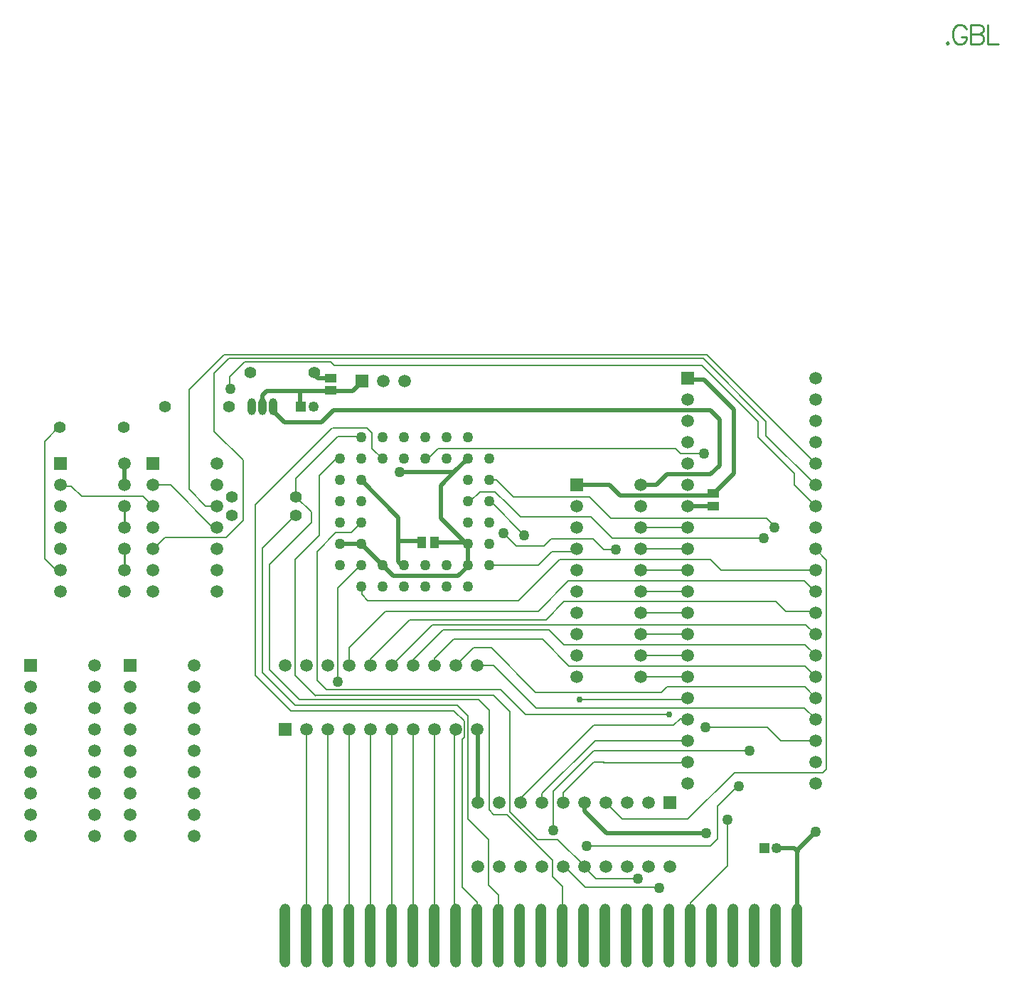
<source format=gbl>
%FSLAX25Y25*%
%MOIN*%
G70*
G01*
G75*
G04 Layer_Physical_Order=2*
G04 Layer_Color=16711680*
%ADD10R,0.04331X0.05512*%
%ADD11R,0.04331X0.06693*%
%ADD12O,0.05000X0.30000*%
%ADD13C,0.02000*%
%ADD14C,0.00800*%
%ADD15C,0.00900*%
%ADD16C,0.04921*%
%ADD17R,0.04921X0.04921*%
%ADD18R,0.05906X0.05906*%
%ADD19C,0.05906*%
%ADD20C,0.05906*%
%ADD21C,0.05512*%
%ADD22R,0.05906X0.05906*%
%ADD23R,0.05906X0.05906*%
%ADD24C,0.05000*%
%ADD25O,0.03937X0.07874*%
%ADD26C,0.03000*%
%ADD27R,0.05512X0.04331*%
%ADD28C,0.01000*%
D10*
X196047Y198700D02*
D03*
X201953D02*
D03*
D12*
X132100Y14300D02*
D03*
X142100D02*
D03*
X152100D02*
D03*
X162100D02*
D03*
X172100D02*
D03*
X182100D02*
D03*
X192100D02*
D03*
X202100D02*
D03*
X212100D02*
D03*
X222100D02*
D03*
X232100D02*
D03*
X242100D02*
D03*
X252100D02*
D03*
X262100D02*
D03*
X272100D02*
D03*
X282100D02*
D03*
X292100D02*
D03*
X302100D02*
D03*
X312100D02*
D03*
X322100D02*
D03*
X332100D02*
D03*
X342100D02*
D03*
X352100D02*
D03*
X362100D02*
D03*
X372100D02*
D03*
D13*
X370800Y55300D02*
X372100Y54000D01*
X372400Y53700D01*
X372100Y54000D02*
Y54200D01*
Y14300D02*
Y54000D01*
X362553Y55300D02*
X370800D01*
X123400Y269700D02*
X163800D01*
X139147Y269347D02*
X139400Y269600D01*
X139147Y262600D02*
Y269347D01*
X158900Y260600D02*
X331500D01*
X154700Y260500D02*
X158900D01*
X149000Y254800D02*
X154700Y260500D01*
X131900Y254800D02*
X149000D01*
X126400Y260300D02*
X131900Y254800D01*
X126400Y260300D02*
Y262400D01*
X222400Y76500D02*
Y110600D01*
X222500Y110700D01*
X272100Y74800D02*
Y77000D01*
X272400Y72700D02*
Y76500D01*
Y72700D02*
X282700Y62400D01*
X329400D01*
X320700Y215500D02*
X330200D01*
X322000Y276100D02*
X322600Y275500D01*
X187400Y187400D02*
X187700D01*
X268800Y225500D02*
X284100D01*
X289053Y220547D01*
X372100Y54200D02*
X380700Y62800D01*
X289053Y220547D02*
X331947D01*
X147547Y275653D02*
X153500D01*
X145000Y278200D02*
X147547Y275653D01*
X121400Y267700D02*
X123400Y269700D01*
X163800D02*
X168000Y273900D01*
X121400Y262400D02*
Y267700D01*
X182700Y182800D02*
X213100D01*
X217700Y187400D01*
X167600Y197900D02*
X182700Y182800D01*
X157300Y197900D02*
X167600D01*
X217700Y197300D02*
X217800Y197200D01*
X217700Y187400D02*
Y187800D01*
Y197300D01*
X320400Y274800D02*
X328300D01*
X331947Y220547D02*
X342300Y230900D01*
Y260800D01*
X328300Y274800D02*
X342300Y260800D01*
X298800Y225500D02*
X306000D01*
X311000Y230500D01*
X331500D01*
X335700Y234700D01*
Y256400D01*
X331500Y260600D02*
X335700Y256400D01*
X205000Y210000D02*
Y225400D01*
X56600Y225500D02*
Y235500D01*
Y235600D01*
X167700Y227800D02*
X185100Y210400D01*
X201953Y198700D02*
X216300D01*
X217100D01*
X185700Y231600D02*
X211200D01*
X217700Y197300D02*
Y197800D01*
X217450Y197550D02*
X217700Y197300D01*
X205000Y210000D02*
X216300Y198700D01*
X217800Y198000D02*
X218000Y197800D01*
X217100Y198700D02*
X217800Y198000D01*
X205000Y225400D02*
X211200Y231600D01*
X217300Y237700D01*
X185100Y189700D02*
Y199200D01*
Y210400D01*
X196200Y199200D02*
X196300Y199100D01*
X185100Y189700D02*
X187400Y187400D01*
X185100Y199200D02*
X196200D01*
D14*
X142100Y14300D02*
Y28500D01*
Y14300D02*
Y29700D01*
X152100Y14300D02*
Y29700D01*
X142000Y29800D02*
X142100Y29700D01*
X152000Y29800D02*
X152100Y29700D01*
X142000Y29800D02*
Y90200D01*
Y91900D01*
Y90200D02*
Y110100D01*
X152000Y29800D02*
Y91000D01*
Y91900D01*
Y91000D02*
Y110500D01*
X162100Y14300D02*
Y91800D01*
Y110700D01*
X172100Y14300D02*
Y91800D01*
Y110600D01*
X182100Y14300D02*
Y91800D01*
Y111100D01*
X192100Y14300D02*
Y91800D01*
Y111000D01*
X202100Y14300D02*
Y91800D01*
Y111600D01*
X178000Y187600D02*
X178200D01*
X157700Y197800D02*
X167700D01*
X168000D01*
X167700Y177800D02*
Y178100D01*
X192000Y140900D02*
Y143600D01*
X172000Y140900D02*
Y143900D01*
X177700Y187800D02*
X182700Y182800D01*
X212700D01*
X168000Y197800D02*
X178200Y187600D01*
X212700Y182800D02*
X217700Y187800D01*
X217800Y187900D01*
X380700Y195500D02*
X385900Y190300D01*
X179100Y166400D02*
X250600D01*
X264800Y180600D01*
X375400D02*
X380100Y175900D01*
X264800Y180600D02*
X375400D01*
X162100Y140700D02*
Y149400D01*
X179100Y166400D01*
X380100Y175700D02*
X381200D01*
X190500Y162400D02*
X254300D01*
X262800Y170900D01*
X362000D01*
X366700Y166200D01*
X380100D01*
X172000Y143900D02*
X190500Y162400D01*
X380100Y166000D02*
X381200D01*
X201053Y159953D02*
X376247D01*
X182000Y140900D02*
X201053Y159953D01*
X376247D02*
X380600Y155600D01*
X381700D01*
X192000Y143600D02*
X206100Y157700D01*
X255700D01*
X262800Y150600D01*
X375900D01*
X380600Y145900D01*
X381400D01*
X202000Y144300D02*
X211000Y153300D01*
X252600D01*
X265200Y140700D01*
X375600D01*
X380600Y135700D01*
X202000Y140900D02*
Y144300D01*
X380600Y135500D02*
X380700D01*
X308500Y128300D02*
X311000Y130800D01*
X375600D01*
X211600Y140800D02*
Y140900D01*
X212000D02*
X220300Y149200D01*
X375600Y130800D02*
X381000Y125400D01*
X375500Y121000D02*
X380600Y115900D01*
Y115500D02*
X380700D01*
X222000Y140900D02*
X229800D01*
X249700Y121000D01*
X375500D01*
X270200Y124800D02*
X321400D01*
X321700Y125100D01*
X380300Y245300D02*
X380900D01*
X217700Y197800D02*
X217800Y197900D01*
X222100Y14300D02*
Y29900D01*
X163000Y203100D02*
X167700Y207800D01*
X233100Y129500D02*
X244800Y117800D01*
X312100D01*
X312200D01*
X217700Y217800D02*
X218900D01*
X223500Y222400D01*
X230400D01*
X236600Y216200D01*
X275500Y210600D02*
X285500Y200600D01*
X356300D01*
X298800Y205500D02*
X320700D01*
X298800Y195500D02*
X320700D01*
X298800Y185500D02*
X320700D01*
X298800Y175500D02*
X320700D01*
X298800Y165500D02*
X320700D01*
X298800Y155500D02*
X320700D01*
X298800Y145500D02*
X320700D01*
X298800Y135500D02*
X320700D01*
X236600Y216200D02*
X236800D01*
X242400Y210600D01*
X275500D01*
X336500Y185500D02*
X380700D01*
X331300Y190700D02*
X336500Y185500D01*
X168200Y174100D02*
X170900Y171400D01*
X168200Y174100D02*
Y178700D01*
X380600Y185900D02*
X380700D01*
X220300Y149200D02*
X228600D01*
X249500Y128300D01*
X308500D01*
X228300Y217800D02*
X244100Y202000D01*
X227800Y217800D02*
X228300D01*
X385900Y92400D02*
Y190300D01*
X384000Y90500D02*
X385900Y92400D01*
X386000Y92500D01*
X227700Y227800D02*
X231100D01*
X238947Y219953D01*
X274647D01*
X322100Y14300D02*
Y29700D01*
X339300Y46900D01*
X217700Y238000D02*
X217850Y238150D01*
X217700Y237800D02*
X217950Y238050D01*
X218000Y238100D01*
X217600Y237900D02*
X217700Y237800D01*
X272600Y36800D02*
X307500D01*
X262600Y46800D02*
X272600Y36800D01*
X281500Y195100D02*
X287000D01*
X276400Y200200D02*
X281500Y195100D01*
X256700Y200200D02*
X276400D01*
X268300Y194400D02*
X269500Y195600D01*
X234500Y202800D02*
X240500Y196800D01*
X253300D01*
X256700Y200200D01*
X170900Y171400D02*
X241500D01*
X260800Y190700D01*
X331300D01*
X227700Y187800D02*
X250600D01*
X257200Y194400D01*
X268300D01*
X197700Y237800D02*
X199200D01*
X203900Y242500D01*
X315200D01*
X317400Y240300D01*
X317300Y115900D02*
X320300D01*
X314200Y112800D02*
X317300Y115900D01*
X242400Y76500D02*
Y78500D01*
X276700Y112800D01*
X314200D01*
X282400Y76500D02*
X290100Y68800D01*
X281900Y76700D02*
X282250Y76350D01*
X252400Y76500D02*
Y80800D01*
X277300Y105700D01*
X321600D01*
X257700Y81900D02*
X276600Y100800D01*
X262400Y76500D02*
Y81100D01*
X276800Y95500D01*
X281800D01*
X281300Y95400D02*
X321100D01*
X317400Y240300D02*
X328400D01*
X364300Y105500D02*
X380700D01*
X358000Y111800D02*
X364300Y105500D01*
X329200Y111800D02*
X358000D01*
X229700Y126900D02*
X237300Y119300D01*
Y72400D02*
Y119300D01*
Y72400D02*
X250300Y59400D01*
X262100Y14300D02*
Y37300D01*
X257400Y42000D02*
X262100Y37300D01*
X257400Y42000D02*
Y49700D01*
X236100Y71000D02*
X257400Y49700D01*
X229800Y71000D02*
X236100D01*
X227700Y73100D02*
X229800Y71000D01*
X227700Y73100D02*
Y119900D01*
X222700Y124900D02*
X227700Y119900D01*
X177600Y237900D02*
X177700Y237800D01*
X172800Y242700D02*
X177600Y237900D01*
X178200Y238500D01*
X87100Y223500D02*
Y270400D01*
Y223500D02*
X94900Y215700D01*
X100000D01*
X357500Y248700D02*
X380700Y225500D01*
X98900Y250700D02*
Y278000D01*
X75700Y200900D02*
X104500D01*
X70200Y195400D02*
X75700Y200900D01*
X70200Y225500D02*
X78300D01*
X98500Y205300D01*
X100900D01*
X65500Y220200D02*
X70200Y215500D01*
X36600Y220200D02*
X65500D01*
X31800Y225000D02*
X36600Y220200D01*
X26500Y225000D02*
X31800D01*
X370700Y225500D02*
X380700Y215500D01*
X370700Y225500D02*
Y230900D01*
X353800Y247800D02*
X370700Y230900D01*
X353800Y247800D02*
Y255100D01*
X98900Y278000D02*
X105800Y284900D01*
X87100Y270400D02*
X103300Y286600D01*
X329600D01*
X155100Y281500D02*
X327400D01*
X153300Y283300D02*
X155100Y281500D01*
X113000Y283300D02*
X153300D01*
X106100Y276400D02*
X113000Y283300D01*
X106100Y270400D02*
Y276400D01*
X24600Y185500D02*
X26600D01*
X19300Y190800D02*
X24600Y185500D01*
X19300Y190800D02*
Y246000D01*
X26500Y253200D01*
X148200Y230000D02*
X156000Y237800D01*
X157700D01*
X217500Y237500D02*
X217600Y237600D01*
X217800Y238200D02*
X217850Y238150D01*
X217950Y238050D02*
X218100Y237900D01*
X217850Y238150D02*
X217950Y238050D01*
X217800Y187900D02*
Y197200D01*
X357500Y248700D02*
Y255400D01*
X105800Y284900D02*
X328000D01*
X329600Y286600D02*
X380700Y235500D01*
X328000Y284900D02*
X357500Y255400D01*
X327400Y281500D02*
X353800Y255100D01*
X104500Y200900D02*
X112500Y208900D01*
Y237100D01*
X98900Y250700D02*
X112500Y237100D01*
X137100Y221700D02*
Y228500D01*
X156700Y248100D01*
X156900Y133100D02*
Y177400D01*
X167800Y188300D01*
X146953Y138696D02*
Y144047D01*
X151400Y129500D02*
X233100D01*
X146953Y144047D02*
X147000Y144095D01*
Y133900D02*
X151400Y129500D01*
X147000Y133900D02*
Y138648D01*
X146953Y138696D02*
X147000Y138648D01*
Y144095D02*
Y194300D01*
X155800Y203100D01*
X163000D01*
X148200Y201900D02*
Y230000D01*
X211300Y15100D02*
X212100Y14300D01*
X211300Y15100D02*
Y110200D01*
X212200Y111100D01*
X232100Y14300D02*
Y33100D01*
X227300Y37900D02*
X232100Y33100D01*
X227300Y37900D02*
Y59300D01*
X146200Y126900D02*
X229700D01*
X146200D02*
X146400Y126700D01*
X136900Y136200D02*
X146200Y126900D01*
X211200Y119700D02*
X215953Y114947D01*
X137200Y220000D02*
X144300Y212900D01*
Y207900D02*
Y212900D01*
X124800Y188400D02*
X144300Y207900D01*
X124800Y138900D02*
Y188400D01*
X138800Y124900D02*
X222700D01*
X124800Y138900D02*
X138800Y124900D01*
X156700Y248100D02*
X167700D01*
X121300Y195900D02*
X136800Y211400D01*
X118100Y216100D02*
X154200Y252200D01*
X154400Y252300D02*
X170400D01*
X172800Y249900D01*
Y242700D02*
Y249900D01*
X217700Y68900D02*
X227300Y59300D01*
X215200Y36800D02*
X222100Y29900D01*
X215200Y36800D02*
Y106400D01*
X215953Y107153D01*
Y114947D01*
X212600Y122400D02*
X217700Y117300D01*
Y68900D02*
Y117300D01*
X274647Y219953D02*
X284600Y210000D01*
X257700Y63700D02*
Y81900D01*
X276600Y100800D02*
X349900D01*
X284600Y210000D02*
X357800D01*
X361400Y206400D01*
Y205700D02*
Y206400D01*
X290100Y68800D02*
X320900D01*
X342600Y90500D01*
X384000D01*
X339300Y46900D02*
Y68600D01*
X334700Y59700D02*
Y74900D01*
X344000Y84200D01*
X277900Y40800D02*
X297300D01*
X272300Y46400D02*
X277900Y40800D01*
X250300Y59400D02*
X259800D01*
X272700Y46500D01*
X217800Y197900D02*
Y198000D01*
Y198300D01*
Y197200D02*
Y197900D01*
X121300Y137700D02*
Y195900D01*
Y137700D02*
X136600Y122400D01*
X212600D01*
X118100Y136200D02*
Y216100D01*
Y136200D02*
X134600Y119700D01*
X211200D01*
X136900Y136200D02*
Y190600D01*
X148200Y201900D01*
X273400Y56200D02*
X331300D01*
X334700Y59600D01*
X334650Y59650D02*
X334700Y59700D01*
D15*
X442528Y433157D02*
X442100Y432728D01*
X442528Y432300D01*
X442957Y432728D01*
X442528Y433157D01*
X451355Y439156D02*
X450927Y440013D01*
X450070Y440870D01*
X449213Y441298D01*
X447499D01*
X446642Y440870D01*
X445785Y440013D01*
X445357Y439156D01*
X444928Y437870D01*
Y435728D01*
X445357Y434442D01*
X445785Y433585D01*
X446642Y432728D01*
X447499Y432300D01*
X449213D01*
X450070Y432728D01*
X450927Y433585D01*
X451355Y434442D01*
Y435728D01*
X449213D02*
X451355D01*
X453412Y441298D02*
Y432300D01*
Y441298D02*
X457268D01*
X458554Y440870D01*
X458982Y440441D01*
X459411Y439584D01*
Y438727D01*
X458982Y437870D01*
X458554Y437442D01*
X457268Y437013D01*
X453412D02*
X457268D01*
X458554Y436585D01*
X458982Y436156D01*
X459411Y435299D01*
Y434014D01*
X458982Y433157D01*
X458554Y432728D01*
X457268Y432300D01*
X453412D01*
X461424Y441298D02*
Y432300D01*
X466566D01*
D16*
X362553Y55300D02*
D03*
X145253Y262200D02*
D03*
D17*
X356647Y55300D02*
D03*
X139347Y262200D02*
D03*
D18*
X312400Y76500D02*
D03*
X132000Y110900D02*
D03*
D19*
X302400Y76500D02*
D03*
X292400D02*
D03*
X282400D02*
D03*
X272400D02*
D03*
X262400D02*
D03*
X252400D02*
D03*
X242400D02*
D03*
X232400D02*
D03*
X222400D02*
D03*
X312400Y46500D02*
D03*
X292400D02*
D03*
X282400D02*
D03*
X272400D02*
D03*
X262400D02*
D03*
X252400D02*
D03*
X242400D02*
D03*
X232400D02*
D03*
X222400D02*
D03*
X56600Y175500D02*
D03*
Y185500D02*
D03*
Y195500D02*
D03*
Y205500D02*
D03*
Y215500D02*
D03*
Y225500D02*
D03*
Y235500D02*
D03*
X26600Y175500D02*
D03*
Y185500D02*
D03*
Y195500D02*
D03*
Y205500D02*
D03*
Y215500D02*
D03*
Y225500D02*
D03*
X320700Y265500D02*
D03*
Y255500D02*
D03*
Y245500D02*
D03*
Y235500D02*
D03*
Y225500D02*
D03*
Y215500D02*
D03*
Y205500D02*
D03*
Y195500D02*
D03*
Y185500D02*
D03*
Y175500D02*
D03*
Y165500D02*
D03*
Y155500D02*
D03*
Y145500D02*
D03*
Y135500D02*
D03*
Y125500D02*
D03*
Y115500D02*
D03*
Y105500D02*
D03*
Y95500D02*
D03*
Y85500D02*
D03*
X380700Y275500D02*
D03*
Y265500D02*
D03*
Y255500D02*
D03*
Y245500D02*
D03*
Y235500D02*
D03*
Y225500D02*
D03*
Y215500D02*
D03*
Y205500D02*
D03*
Y195500D02*
D03*
Y185500D02*
D03*
Y175500D02*
D03*
Y165500D02*
D03*
Y155500D02*
D03*
Y145500D02*
D03*
Y135500D02*
D03*
Y125500D02*
D03*
Y115500D02*
D03*
Y105500D02*
D03*
Y95500D02*
D03*
Y85500D02*
D03*
X142000Y110900D02*
D03*
X152000D02*
D03*
X162000D02*
D03*
X172000D02*
D03*
X182000D02*
D03*
X192000D02*
D03*
X202000D02*
D03*
X212000D02*
D03*
X222000D02*
D03*
X132000Y140900D02*
D03*
X152000D02*
D03*
X162000D02*
D03*
X172000D02*
D03*
X182000D02*
D03*
X192000D02*
D03*
X202000D02*
D03*
X212000D02*
D03*
X222000D02*
D03*
X268800Y215500D02*
D03*
Y205500D02*
D03*
Y195500D02*
D03*
Y185500D02*
D03*
Y175500D02*
D03*
Y165500D02*
D03*
Y155500D02*
D03*
Y145500D02*
D03*
Y135500D02*
D03*
X298800Y225500D02*
D03*
Y205500D02*
D03*
Y195500D02*
D03*
Y185500D02*
D03*
Y175500D02*
D03*
Y165500D02*
D03*
Y155500D02*
D03*
Y145500D02*
D03*
Y135500D02*
D03*
D20*
X302400Y46500D02*
D03*
X70200Y225500D02*
D03*
Y215500D02*
D03*
Y205500D02*
D03*
Y195500D02*
D03*
Y185500D02*
D03*
Y175500D02*
D03*
X100200Y235500D02*
D03*
Y225500D02*
D03*
Y215500D02*
D03*
Y205500D02*
D03*
Y195500D02*
D03*
Y185500D02*
D03*
Y175500D02*
D03*
X178100Y274200D02*
D03*
X188100D02*
D03*
X142000Y140900D02*
D03*
X298800Y215500D02*
D03*
X59500Y130900D02*
D03*
Y120900D02*
D03*
Y110900D02*
D03*
Y100900D02*
D03*
Y90900D02*
D03*
Y80900D02*
D03*
Y70900D02*
D03*
Y60900D02*
D03*
X89500Y140900D02*
D03*
Y130900D02*
D03*
Y120900D02*
D03*
Y110900D02*
D03*
Y100900D02*
D03*
Y90900D02*
D03*
Y80900D02*
D03*
Y70900D02*
D03*
Y60900D02*
D03*
X12800Y130900D02*
D03*
Y120900D02*
D03*
Y110900D02*
D03*
Y100900D02*
D03*
Y90900D02*
D03*
Y80900D02*
D03*
Y70900D02*
D03*
Y60900D02*
D03*
X42800Y140900D02*
D03*
Y130900D02*
D03*
Y120900D02*
D03*
Y110900D02*
D03*
Y100900D02*
D03*
Y90900D02*
D03*
Y80900D02*
D03*
Y70900D02*
D03*
Y60900D02*
D03*
D21*
X107200Y211200D02*
D03*
X137200D02*
D03*
X107200Y220000D02*
D03*
X137200D02*
D03*
X56400Y252700D02*
D03*
X26400D02*
D03*
X145800Y278300D02*
D03*
X115800D02*
D03*
X105700Y262400D02*
D03*
X75700D02*
D03*
D22*
X70200Y235500D02*
D03*
X168100Y274200D02*
D03*
X59500Y140900D02*
D03*
X12800D02*
D03*
D23*
X26600Y235500D02*
D03*
X320700Y275500D02*
D03*
X268800Y225500D02*
D03*
D24*
X157700Y237800D02*
D03*
Y227800D02*
D03*
Y217800D02*
D03*
Y207800D02*
D03*
Y197800D02*
D03*
Y187800D02*
D03*
X167700Y247800D02*
D03*
Y237800D02*
D03*
Y227800D02*
D03*
Y217800D02*
D03*
Y207800D02*
D03*
Y197800D02*
D03*
Y187800D02*
D03*
Y177800D02*
D03*
X177700Y247800D02*
D03*
Y237800D02*
D03*
Y187800D02*
D03*
Y177800D02*
D03*
X187700Y247800D02*
D03*
Y237800D02*
D03*
Y187800D02*
D03*
X197700Y247800D02*
D03*
Y237800D02*
D03*
Y187800D02*
D03*
Y177800D02*
D03*
X207700Y247800D02*
D03*
Y187800D02*
D03*
Y177800D02*
D03*
X217700Y247800D02*
D03*
Y237800D02*
D03*
Y227800D02*
D03*
Y217800D02*
D03*
Y207800D02*
D03*
Y197800D02*
D03*
Y187800D02*
D03*
Y177800D02*
D03*
X227700Y237800D02*
D03*
Y227800D02*
D03*
Y217800D02*
D03*
Y207800D02*
D03*
Y197800D02*
D03*
Y187800D02*
D03*
X187700Y177800D02*
D03*
X207700Y237800D02*
D03*
X329400Y62400D02*
D03*
X356300Y200600D02*
D03*
X349900Y100800D02*
D03*
X257600Y63700D02*
D03*
X361400Y205700D02*
D03*
X244100Y202000D02*
D03*
X380700Y62800D02*
D03*
X307500Y36600D02*
D03*
X287000Y195100D02*
D03*
X234500Y202800D02*
D03*
X273400Y56200D02*
D03*
X328400Y240300D02*
D03*
X329200Y111800D02*
D03*
X106500Y270500D02*
D03*
X185700Y231600D02*
D03*
X156900Y133100D02*
D03*
X339500Y68500D02*
D03*
X344700Y84100D02*
D03*
X272300Y46400D02*
D03*
X297300Y40800D02*
D03*
D25*
X116400Y262400D02*
D03*
X121400D02*
D03*
X126400D02*
D03*
D26*
X270200Y124800D02*
D03*
X312100Y117800D02*
D03*
D27*
X153500Y269747D02*
D03*
Y275653D02*
D03*
X332600Y215647D02*
D03*
Y221553D02*
D03*
D28*
X56600Y206200D02*
Y215500D01*
Y186900D02*
Y195500D01*
M02*

</source>
